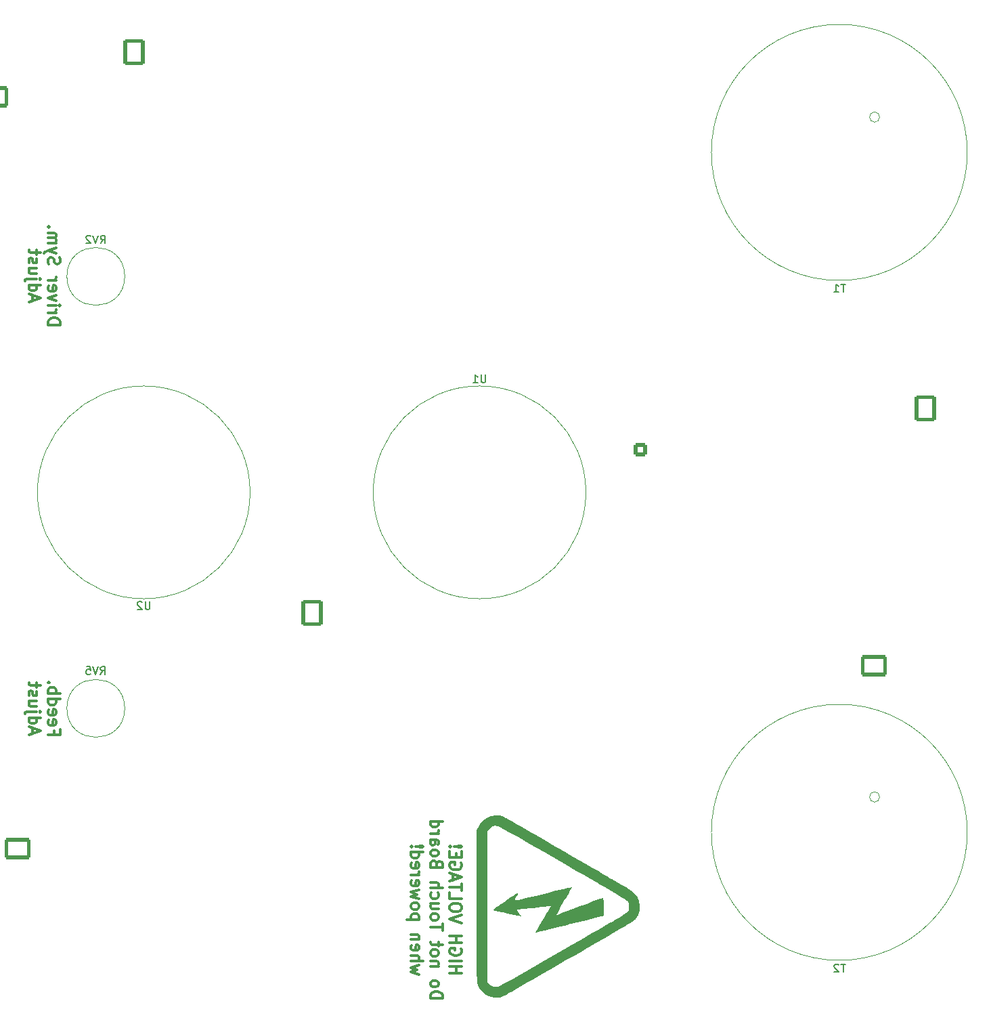
<source format=gbr>
%TF.GenerationSoftware,KiCad,Pcbnew,8.0.8*%
%TF.CreationDate,2025-02-12T00:11:01+01:00*%
%TF.ProjectId,Endstufe,456e6473-7475-4666-952e-6b696361645f,rev?*%
%TF.SameCoordinates,Original*%
%TF.FileFunction,Legend,Bot*%
%TF.FilePolarity,Positive*%
%FSLAX46Y46*%
G04 Gerber Fmt 4.6, Leading zero omitted, Abs format (unit mm)*
G04 Created by KiCad (PCBNEW 8.0.8) date 2025-02-12 00:11:01*
%MOMM*%
%LPD*%
G01*
G04 APERTURE LIST*
G04 Aperture macros list*
%AMRoundRect*
0 Rectangle with rounded corners*
0 $1 Rounding radius*
0 $2 $3 $4 $5 $6 $7 $8 $9 X,Y pos of 4 corners*
0 Add a 4 corners polygon primitive as box body*
4,1,4,$2,$3,$4,$5,$6,$7,$8,$9,$2,$3,0*
0 Add four circle primitives for the rounded corners*
1,1,$1+$1,$2,$3*
1,1,$1+$1,$4,$5*
1,1,$1+$1,$6,$7*
1,1,$1+$1,$8,$9*
0 Add four rect primitives between the rounded corners*
20,1,$1+$1,$2,$3,$4,$5,0*
20,1,$1+$1,$4,$5,$6,$7,0*
20,1,$1+$1,$6,$7,$8,$9,0*
20,1,$1+$1,$8,$9,$2,$3,0*%
%AMOutline5P*
0 Free polygon, 5 corners , with rotation*
0 The origin of the aperture is its center*
0 number of corners: always 5*
0 $1 to $10 corner X, Y*
0 $11 Rotation angle, in degrees counterclockwise*
0 create outline with 5 corners*
4,1,5,$1,$2,$3,$4,$5,$6,$7,$8,$9,$10,$1,$2,$11*%
%AMOutline6P*
0 Free polygon, 6 corners , with rotation*
0 The origin of the aperture is its center*
0 number of corners: always 6*
0 $1 to $12 corner X, Y*
0 $13 Rotation angle, in degrees counterclockwise*
0 create outline with 6 corners*
4,1,6,$1,$2,$3,$4,$5,$6,$7,$8,$9,$10,$11,$12,$1,$2,$13*%
%AMOutline7P*
0 Free polygon, 7 corners , with rotation*
0 The origin of the aperture is its center*
0 number of corners: always 7*
0 $1 to $14 corner X, Y*
0 $15 Rotation angle, in degrees counterclockwise*
0 create outline with 7 corners*
4,1,7,$1,$2,$3,$4,$5,$6,$7,$8,$9,$10,$11,$12,$13,$14,$1,$2,$15*%
%AMOutline8P*
0 Free polygon, 8 corners , with rotation*
0 The origin of the aperture is its center*
0 number of corners: always 8*
0 $1 to $16 corner X, Y*
0 $17 Rotation angle, in degrees counterclockwise*
0 create outline with 8 corners*
4,1,8,$1,$2,$3,$4,$5,$6,$7,$8,$9,$10,$11,$12,$13,$14,$15,$16,$1,$2,$17*%
G04 Aperture macros list end*
%ADD10C,0.300000*%
%ADD11C,0.150000*%
%ADD12C,0.120000*%
%ADD13C,0.000000*%
%ADD14C,2.000000*%
%ADD15C,1.600000*%
%ADD16O,1.600000X1.600000*%
%ADD17RoundRect,0.250001X1.099999X1.399999X-1.099999X1.399999X-1.099999X-1.399999X1.099999X-1.399999X0*%
%ADD18O,2.700000X3.300000*%
%ADD19C,2.400000*%
%ADD20O,2.400000X2.400000*%
%ADD21R,2.200000X2.200000*%
%ADD22O,2.200000X2.200000*%
%ADD23RoundRect,0.250000X0.620000X0.845000X-0.620000X0.845000X-0.620000X-0.845000X0.620000X-0.845000X0*%
%ADD24O,1.740000X2.190000*%
%ADD25RoundRect,0.250001X-1.099999X-1.399999X1.099999X-1.399999X1.099999X1.399999X-1.099999X1.399999X0*%
%ADD26RoundRect,0.250000X0.725000X-0.600000X0.725000X0.600000X-0.725000X0.600000X-0.725000X-0.600000X0*%
%ADD27O,1.950000X1.700000*%
%ADD28RoundRect,0.250000X-0.845000X0.620000X-0.845000X-0.620000X0.845000X-0.620000X0.845000X0.620000X0*%
%ADD29O,2.190000X1.740000*%
%ADD30RoundRect,0.250000X-0.600000X-0.600000X0.600000X-0.600000X0.600000X0.600000X-0.600000X0.600000X0*%
%ADD31C,1.700000*%
%ADD32RoundRect,0.250001X-1.399999X1.099999X-1.399999X-1.099999X1.399999X-1.099999X1.399999X1.099999X0*%
%ADD33O,3.300000X2.700000*%
%ADD34R,2.000000X2.000000*%
%ADD35C,3.200000*%
%ADD36C,6.000000*%
%ADD37Outline5P,-2.300000X2.300000X1.380000X2.300000X2.300000X1.380000X2.300000X-2.300000X-2.300000X-2.300000X0.000000*%
%ADD38C,4.600000*%
%ADD39C,4.000000*%
%ADD40C,1.440000*%
G04 APERTURE END LIST*
D10*
X128482587Y-166424572D02*
X129982587Y-166424572D01*
X129268301Y-166424572D02*
X129268301Y-165567429D01*
X128482587Y-165567429D02*
X129982587Y-165567429D01*
X128482587Y-164853143D02*
X129982587Y-164853143D01*
X129911158Y-163353142D02*
X129982587Y-163496000D01*
X129982587Y-163496000D02*
X129982587Y-163710285D01*
X129982587Y-163710285D02*
X129911158Y-163924571D01*
X129911158Y-163924571D02*
X129768301Y-164067428D01*
X129768301Y-164067428D02*
X129625444Y-164138857D01*
X129625444Y-164138857D02*
X129339730Y-164210285D01*
X129339730Y-164210285D02*
X129125444Y-164210285D01*
X129125444Y-164210285D02*
X128839730Y-164138857D01*
X128839730Y-164138857D02*
X128696873Y-164067428D01*
X128696873Y-164067428D02*
X128554016Y-163924571D01*
X128554016Y-163924571D02*
X128482587Y-163710285D01*
X128482587Y-163710285D02*
X128482587Y-163567428D01*
X128482587Y-163567428D02*
X128554016Y-163353142D01*
X128554016Y-163353142D02*
X128625444Y-163281714D01*
X128625444Y-163281714D02*
X129125444Y-163281714D01*
X129125444Y-163281714D02*
X129125444Y-163567428D01*
X128482587Y-162638857D02*
X129982587Y-162638857D01*
X129268301Y-162638857D02*
X129268301Y-161781714D01*
X128482587Y-161781714D02*
X129982587Y-161781714D01*
X129982587Y-160138856D02*
X128482587Y-159638856D01*
X128482587Y-159638856D02*
X129982587Y-159138856D01*
X129982587Y-158353142D02*
X129982587Y-158067428D01*
X129982587Y-158067428D02*
X129911158Y-157924571D01*
X129911158Y-157924571D02*
X129768301Y-157781714D01*
X129768301Y-157781714D02*
X129482587Y-157710285D01*
X129482587Y-157710285D02*
X128982587Y-157710285D01*
X128982587Y-157710285D02*
X128696873Y-157781714D01*
X128696873Y-157781714D02*
X128554016Y-157924571D01*
X128554016Y-157924571D02*
X128482587Y-158067428D01*
X128482587Y-158067428D02*
X128482587Y-158353142D01*
X128482587Y-158353142D02*
X128554016Y-158496000D01*
X128554016Y-158496000D02*
X128696873Y-158638857D01*
X128696873Y-158638857D02*
X128982587Y-158710285D01*
X128982587Y-158710285D02*
X129482587Y-158710285D01*
X129482587Y-158710285D02*
X129768301Y-158638857D01*
X129768301Y-158638857D02*
X129911158Y-158496000D01*
X129911158Y-158496000D02*
X129982587Y-158353142D01*
X128482587Y-156353142D02*
X128482587Y-157067428D01*
X128482587Y-157067428D02*
X129982587Y-157067428D01*
X129982587Y-156067427D02*
X129982587Y-155210285D01*
X128482587Y-155638856D02*
X129982587Y-155638856D01*
X128911158Y-154781713D02*
X128911158Y-154067428D01*
X128482587Y-154924570D02*
X129982587Y-154424570D01*
X129982587Y-154424570D02*
X128482587Y-153924570D01*
X129911158Y-152638856D02*
X129982587Y-152781714D01*
X129982587Y-152781714D02*
X129982587Y-152995999D01*
X129982587Y-152995999D02*
X129911158Y-153210285D01*
X129911158Y-153210285D02*
X129768301Y-153353142D01*
X129768301Y-153353142D02*
X129625444Y-153424571D01*
X129625444Y-153424571D02*
X129339730Y-153495999D01*
X129339730Y-153495999D02*
X129125444Y-153495999D01*
X129125444Y-153495999D02*
X128839730Y-153424571D01*
X128839730Y-153424571D02*
X128696873Y-153353142D01*
X128696873Y-153353142D02*
X128554016Y-153210285D01*
X128554016Y-153210285D02*
X128482587Y-152995999D01*
X128482587Y-152995999D02*
X128482587Y-152853142D01*
X128482587Y-152853142D02*
X128554016Y-152638856D01*
X128554016Y-152638856D02*
X128625444Y-152567428D01*
X128625444Y-152567428D02*
X129125444Y-152567428D01*
X129125444Y-152567428D02*
X129125444Y-152853142D01*
X129268301Y-151924571D02*
X129268301Y-151424571D01*
X128482587Y-151210285D02*
X128482587Y-151924571D01*
X128482587Y-151924571D02*
X129982587Y-151924571D01*
X129982587Y-151924571D02*
X129982587Y-151210285D01*
X128625444Y-150567428D02*
X128554016Y-150495999D01*
X128554016Y-150495999D02*
X128482587Y-150567428D01*
X128482587Y-150567428D02*
X128554016Y-150638856D01*
X128554016Y-150638856D02*
X128625444Y-150567428D01*
X128625444Y-150567428D02*
X128482587Y-150567428D01*
X129054016Y-150567428D02*
X129911158Y-150638856D01*
X129911158Y-150638856D02*
X129982587Y-150567428D01*
X129982587Y-150567428D02*
X129911158Y-150495999D01*
X129911158Y-150495999D02*
X129054016Y-150567428D01*
X129054016Y-150567428D02*
X129982587Y-150567428D01*
X126067671Y-169567428D02*
X127567671Y-169567428D01*
X127567671Y-169567428D02*
X127567671Y-169210285D01*
X127567671Y-169210285D02*
X127496242Y-168995999D01*
X127496242Y-168995999D02*
X127353385Y-168853142D01*
X127353385Y-168853142D02*
X127210528Y-168781713D01*
X127210528Y-168781713D02*
X126924814Y-168710285D01*
X126924814Y-168710285D02*
X126710528Y-168710285D01*
X126710528Y-168710285D02*
X126424814Y-168781713D01*
X126424814Y-168781713D02*
X126281957Y-168853142D01*
X126281957Y-168853142D02*
X126139100Y-168995999D01*
X126139100Y-168995999D02*
X126067671Y-169210285D01*
X126067671Y-169210285D02*
X126067671Y-169567428D01*
X126067671Y-167853142D02*
X126139100Y-167995999D01*
X126139100Y-167995999D02*
X126210528Y-168067428D01*
X126210528Y-168067428D02*
X126353385Y-168138856D01*
X126353385Y-168138856D02*
X126781957Y-168138856D01*
X126781957Y-168138856D02*
X126924814Y-168067428D01*
X126924814Y-168067428D02*
X126996242Y-167995999D01*
X126996242Y-167995999D02*
X127067671Y-167853142D01*
X127067671Y-167853142D02*
X127067671Y-167638856D01*
X127067671Y-167638856D02*
X126996242Y-167495999D01*
X126996242Y-167495999D02*
X126924814Y-167424571D01*
X126924814Y-167424571D02*
X126781957Y-167353142D01*
X126781957Y-167353142D02*
X126353385Y-167353142D01*
X126353385Y-167353142D02*
X126210528Y-167424571D01*
X126210528Y-167424571D02*
X126139100Y-167495999D01*
X126139100Y-167495999D02*
X126067671Y-167638856D01*
X126067671Y-167638856D02*
X126067671Y-167853142D01*
X127067671Y-165567428D02*
X126067671Y-165567428D01*
X126924814Y-165567428D02*
X126996242Y-165495999D01*
X126996242Y-165495999D02*
X127067671Y-165353142D01*
X127067671Y-165353142D02*
X127067671Y-165138856D01*
X127067671Y-165138856D02*
X126996242Y-164995999D01*
X126996242Y-164995999D02*
X126853385Y-164924571D01*
X126853385Y-164924571D02*
X126067671Y-164924571D01*
X126067671Y-163995999D02*
X126139100Y-164138856D01*
X126139100Y-164138856D02*
X126210528Y-164210285D01*
X126210528Y-164210285D02*
X126353385Y-164281713D01*
X126353385Y-164281713D02*
X126781957Y-164281713D01*
X126781957Y-164281713D02*
X126924814Y-164210285D01*
X126924814Y-164210285D02*
X126996242Y-164138856D01*
X126996242Y-164138856D02*
X127067671Y-163995999D01*
X127067671Y-163995999D02*
X127067671Y-163781713D01*
X127067671Y-163781713D02*
X126996242Y-163638856D01*
X126996242Y-163638856D02*
X126924814Y-163567428D01*
X126924814Y-163567428D02*
X126781957Y-163495999D01*
X126781957Y-163495999D02*
X126353385Y-163495999D01*
X126353385Y-163495999D02*
X126210528Y-163567428D01*
X126210528Y-163567428D02*
X126139100Y-163638856D01*
X126139100Y-163638856D02*
X126067671Y-163781713D01*
X126067671Y-163781713D02*
X126067671Y-163995999D01*
X127067671Y-163067427D02*
X127067671Y-162495999D01*
X127567671Y-162853142D02*
X126281957Y-162853142D01*
X126281957Y-162853142D02*
X126139100Y-162781713D01*
X126139100Y-162781713D02*
X126067671Y-162638856D01*
X126067671Y-162638856D02*
X126067671Y-162495999D01*
X127567671Y-161067427D02*
X127567671Y-160210285D01*
X126067671Y-160638856D02*
X127567671Y-160638856D01*
X126067671Y-159495999D02*
X126139100Y-159638856D01*
X126139100Y-159638856D02*
X126210528Y-159710285D01*
X126210528Y-159710285D02*
X126353385Y-159781713D01*
X126353385Y-159781713D02*
X126781957Y-159781713D01*
X126781957Y-159781713D02*
X126924814Y-159710285D01*
X126924814Y-159710285D02*
X126996242Y-159638856D01*
X126996242Y-159638856D02*
X127067671Y-159495999D01*
X127067671Y-159495999D02*
X127067671Y-159281713D01*
X127067671Y-159281713D02*
X126996242Y-159138856D01*
X126996242Y-159138856D02*
X126924814Y-159067428D01*
X126924814Y-159067428D02*
X126781957Y-158995999D01*
X126781957Y-158995999D02*
X126353385Y-158995999D01*
X126353385Y-158995999D02*
X126210528Y-159067428D01*
X126210528Y-159067428D02*
X126139100Y-159138856D01*
X126139100Y-159138856D02*
X126067671Y-159281713D01*
X126067671Y-159281713D02*
X126067671Y-159495999D01*
X127067671Y-157710285D02*
X126067671Y-157710285D01*
X127067671Y-158353142D02*
X126281957Y-158353142D01*
X126281957Y-158353142D02*
X126139100Y-158281713D01*
X126139100Y-158281713D02*
X126067671Y-158138856D01*
X126067671Y-158138856D02*
X126067671Y-157924570D01*
X126067671Y-157924570D02*
X126139100Y-157781713D01*
X126139100Y-157781713D02*
X126210528Y-157710285D01*
X126139100Y-156353142D02*
X126067671Y-156495999D01*
X126067671Y-156495999D02*
X126067671Y-156781713D01*
X126067671Y-156781713D02*
X126139100Y-156924570D01*
X126139100Y-156924570D02*
X126210528Y-156995999D01*
X126210528Y-156995999D02*
X126353385Y-157067427D01*
X126353385Y-157067427D02*
X126781957Y-157067427D01*
X126781957Y-157067427D02*
X126924814Y-156995999D01*
X126924814Y-156995999D02*
X126996242Y-156924570D01*
X126996242Y-156924570D02*
X127067671Y-156781713D01*
X127067671Y-156781713D02*
X127067671Y-156495999D01*
X127067671Y-156495999D02*
X126996242Y-156353142D01*
X126067671Y-155710285D02*
X127567671Y-155710285D01*
X126067671Y-155067428D02*
X126853385Y-155067428D01*
X126853385Y-155067428D02*
X126996242Y-155138856D01*
X126996242Y-155138856D02*
X127067671Y-155281713D01*
X127067671Y-155281713D02*
X127067671Y-155495999D01*
X127067671Y-155495999D02*
X126996242Y-155638856D01*
X126996242Y-155638856D02*
X126924814Y-155710285D01*
X126853385Y-152710285D02*
X126781957Y-152495999D01*
X126781957Y-152495999D02*
X126710528Y-152424570D01*
X126710528Y-152424570D02*
X126567671Y-152353142D01*
X126567671Y-152353142D02*
X126353385Y-152353142D01*
X126353385Y-152353142D02*
X126210528Y-152424570D01*
X126210528Y-152424570D02*
X126139100Y-152495999D01*
X126139100Y-152495999D02*
X126067671Y-152638856D01*
X126067671Y-152638856D02*
X126067671Y-153210285D01*
X126067671Y-153210285D02*
X127567671Y-153210285D01*
X127567671Y-153210285D02*
X127567671Y-152710285D01*
X127567671Y-152710285D02*
X127496242Y-152567428D01*
X127496242Y-152567428D02*
X127424814Y-152495999D01*
X127424814Y-152495999D02*
X127281957Y-152424570D01*
X127281957Y-152424570D02*
X127139100Y-152424570D01*
X127139100Y-152424570D02*
X126996242Y-152495999D01*
X126996242Y-152495999D02*
X126924814Y-152567428D01*
X126924814Y-152567428D02*
X126853385Y-152710285D01*
X126853385Y-152710285D02*
X126853385Y-153210285D01*
X126067671Y-151495999D02*
X126139100Y-151638856D01*
X126139100Y-151638856D02*
X126210528Y-151710285D01*
X126210528Y-151710285D02*
X126353385Y-151781713D01*
X126353385Y-151781713D02*
X126781957Y-151781713D01*
X126781957Y-151781713D02*
X126924814Y-151710285D01*
X126924814Y-151710285D02*
X126996242Y-151638856D01*
X126996242Y-151638856D02*
X127067671Y-151495999D01*
X127067671Y-151495999D02*
X127067671Y-151281713D01*
X127067671Y-151281713D02*
X126996242Y-151138856D01*
X126996242Y-151138856D02*
X126924814Y-151067428D01*
X126924814Y-151067428D02*
X126781957Y-150995999D01*
X126781957Y-150995999D02*
X126353385Y-150995999D01*
X126353385Y-150995999D02*
X126210528Y-151067428D01*
X126210528Y-151067428D02*
X126139100Y-151138856D01*
X126139100Y-151138856D02*
X126067671Y-151281713D01*
X126067671Y-151281713D02*
X126067671Y-151495999D01*
X126067671Y-149710285D02*
X126853385Y-149710285D01*
X126853385Y-149710285D02*
X126996242Y-149781713D01*
X126996242Y-149781713D02*
X127067671Y-149924570D01*
X127067671Y-149924570D02*
X127067671Y-150210285D01*
X127067671Y-150210285D02*
X126996242Y-150353142D01*
X126139100Y-149710285D02*
X126067671Y-149853142D01*
X126067671Y-149853142D02*
X126067671Y-150210285D01*
X126067671Y-150210285D02*
X126139100Y-150353142D01*
X126139100Y-150353142D02*
X126281957Y-150424570D01*
X126281957Y-150424570D02*
X126424814Y-150424570D01*
X126424814Y-150424570D02*
X126567671Y-150353142D01*
X126567671Y-150353142D02*
X126639100Y-150210285D01*
X126639100Y-150210285D02*
X126639100Y-149853142D01*
X126639100Y-149853142D02*
X126710528Y-149710285D01*
X126067671Y-148995999D02*
X127067671Y-148995999D01*
X126781957Y-148995999D02*
X126924814Y-148924570D01*
X126924814Y-148924570D02*
X126996242Y-148853142D01*
X126996242Y-148853142D02*
X127067671Y-148710284D01*
X127067671Y-148710284D02*
X127067671Y-148567427D01*
X126067671Y-147424571D02*
X127567671Y-147424571D01*
X126139100Y-147424571D02*
X126067671Y-147567428D01*
X126067671Y-147567428D02*
X126067671Y-147853142D01*
X126067671Y-147853142D02*
X126139100Y-147995999D01*
X126139100Y-147995999D02*
X126210528Y-148067428D01*
X126210528Y-148067428D02*
X126353385Y-148138856D01*
X126353385Y-148138856D02*
X126781957Y-148138856D01*
X126781957Y-148138856D02*
X126924814Y-148067428D01*
X126924814Y-148067428D02*
X126996242Y-147995999D01*
X126996242Y-147995999D02*
X127067671Y-147853142D01*
X127067671Y-147853142D02*
X127067671Y-147567428D01*
X127067671Y-147567428D02*
X126996242Y-147424571D01*
X124652755Y-166567428D02*
X123652755Y-166281714D01*
X123652755Y-166281714D02*
X124367041Y-165995999D01*
X124367041Y-165995999D02*
X123652755Y-165710285D01*
X123652755Y-165710285D02*
X124652755Y-165424571D01*
X123652755Y-164853142D02*
X125152755Y-164853142D01*
X123652755Y-164210285D02*
X124438469Y-164210285D01*
X124438469Y-164210285D02*
X124581326Y-164281713D01*
X124581326Y-164281713D02*
X124652755Y-164424570D01*
X124652755Y-164424570D02*
X124652755Y-164638856D01*
X124652755Y-164638856D02*
X124581326Y-164781713D01*
X124581326Y-164781713D02*
X124509898Y-164853142D01*
X123724184Y-162924570D02*
X123652755Y-163067427D01*
X123652755Y-163067427D02*
X123652755Y-163353142D01*
X123652755Y-163353142D02*
X123724184Y-163495999D01*
X123724184Y-163495999D02*
X123867041Y-163567427D01*
X123867041Y-163567427D02*
X124438469Y-163567427D01*
X124438469Y-163567427D02*
X124581326Y-163495999D01*
X124581326Y-163495999D02*
X124652755Y-163353142D01*
X124652755Y-163353142D02*
X124652755Y-163067427D01*
X124652755Y-163067427D02*
X124581326Y-162924570D01*
X124581326Y-162924570D02*
X124438469Y-162853142D01*
X124438469Y-162853142D02*
X124295612Y-162853142D01*
X124295612Y-162853142D02*
X124152755Y-163567427D01*
X124652755Y-162210285D02*
X123652755Y-162210285D01*
X124509898Y-162210285D02*
X124581326Y-162138856D01*
X124581326Y-162138856D02*
X124652755Y-161995999D01*
X124652755Y-161995999D02*
X124652755Y-161781713D01*
X124652755Y-161781713D02*
X124581326Y-161638856D01*
X124581326Y-161638856D02*
X124438469Y-161567428D01*
X124438469Y-161567428D02*
X123652755Y-161567428D01*
X124652755Y-159710285D02*
X123152755Y-159710285D01*
X124581326Y-159710285D02*
X124652755Y-159567428D01*
X124652755Y-159567428D02*
X124652755Y-159281713D01*
X124652755Y-159281713D02*
X124581326Y-159138856D01*
X124581326Y-159138856D02*
X124509898Y-159067428D01*
X124509898Y-159067428D02*
X124367041Y-158995999D01*
X124367041Y-158995999D02*
X123938469Y-158995999D01*
X123938469Y-158995999D02*
X123795612Y-159067428D01*
X123795612Y-159067428D02*
X123724184Y-159138856D01*
X123724184Y-159138856D02*
X123652755Y-159281713D01*
X123652755Y-159281713D02*
X123652755Y-159567428D01*
X123652755Y-159567428D02*
X123724184Y-159710285D01*
X123652755Y-158138856D02*
X123724184Y-158281713D01*
X123724184Y-158281713D02*
X123795612Y-158353142D01*
X123795612Y-158353142D02*
X123938469Y-158424570D01*
X123938469Y-158424570D02*
X124367041Y-158424570D01*
X124367041Y-158424570D02*
X124509898Y-158353142D01*
X124509898Y-158353142D02*
X124581326Y-158281713D01*
X124581326Y-158281713D02*
X124652755Y-158138856D01*
X124652755Y-158138856D02*
X124652755Y-157924570D01*
X124652755Y-157924570D02*
X124581326Y-157781713D01*
X124581326Y-157781713D02*
X124509898Y-157710285D01*
X124509898Y-157710285D02*
X124367041Y-157638856D01*
X124367041Y-157638856D02*
X123938469Y-157638856D01*
X123938469Y-157638856D02*
X123795612Y-157710285D01*
X123795612Y-157710285D02*
X123724184Y-157781713D01*
X123724184Y-157781713D02*
X123652755Y-157924570D01*
X123652755Y-157924570D02*
X123652755Y-158138856D01*
X124652755Y-157138856D02*
X123652755Y-156853142D01*
X123652755Y-156853142D02*
X124367041Y-156567427D01*
X124367041Y-156567427D02*
X123652755Y-156281713D01*
X123652755Y-156281713D02*
X124652755Y-155995999D01*
X123724184Y-154853141D02*
X123652755Y-154995998D01*
X123652755Y-154995998D02*
X123652755Y-155281713D01*
X123652755Y-155281713D02*
X123724184Y-155424570D01*
X123724184Y-155424570D02*
X123867041Y-155495998D01*
X123867041Y-155495998D02*
X124438469Y-155495998D01*
X124438469Y-155495998D02*
X124581326Y-155424570D01*
X124581326Y-155424570D02*
X124652755Y-155281713D01*
X124652755Y-155281713D02*
X124652755Y-154995998D01*
X124652755Y-154995998D02*
X124581326Y-154853141D01*
X124581326Y-154853141D02*
X124438469Y-154781713D01*
X124438469Y-154781713D02*
X124295612Y-154781713D01*
X124295612Y-154781713D02*
X124152755Y-155495998D01*
X123652755Y-154138856D02*
X124652755Y-154138856D01*
X124367041Y-154138856D02*
X124509898Y-154067427D01*
X124509898Y-154067427D02*
X124581326Y-153995999D01*
X124581326Y-153995999D02*
X124652755Y-153853141D01*
X124652755Y-153853141D02*
X124652755Y-153710284D01*
X123724184Y-152638856D02*
X123652755Y-152781713D01*
X123652755Y-152781713D02*
X123652755Y-153067428D01*
X123652755Y-153067428D02*
X123724184Y-153210285D01*
X123724184Y-153210285D02*
X123867041Y-153281713D01*
X123867041Y-153281713D02*
X124438469Y-153281713D01*
X124438469Y-153281713D02*
X124581326Y-153210285D01*
X124581326Y-153210285D02*
X124652755Y-153067428D01*
X124652755Y-153067428D02*
X124652755Y-152781713D01*
X124652755Y-152781713D02*
X124581326Y-152638856D01*
X124581326Y-152638856D02*
X124438469Y-152567428D01*
X124438469Y-152567428D02*
X124295612Y-152567428D01*
X124295612Y-152567428D02*
X124152755Y-153281713D01*
X123652755Y-151281714D02*
X125152755Y-151281714D01*
X123724184Y-151281714D02*
X123652755Y-151424571D01*
X123652755Y-151424571D02*
X123652755Y-151710285D01*
X123652755Y-151710285D02*
X123724184Y-151853142D01*
X123724184Y-151853142D02*
X123795612Y-151924571D01*
X123795612Y-151924571D02*
X123938469Y-151995999D01*
X123938469Y-151995999D02*
X124367041Y-151995999D01*
X124367041Y-151995999D02*
X124509898Y-151924571D01*
X124509898Y-151924571D02*
X124581326Y-151853142D01*
X124581326Y-151853142D02*
X124652755Y-151710285D01*
X124652755Y-151710285D02*
X124652755Y-151424571D01*
X124652755Y-151424571D02*
X124581326Y-151281714D01*
X123795612Y-150567428D02*
X123724184Y-150495999D01*
X123724184Y-150495999D02*
X123652755Y-150567428D01*
X123652755Y-150567428D02*
X123724184Y-150638856D01*
X123724184Y-150638856D02*
X123795612Y-150567428D01*
X123795612Y-150567428D02*
X123652755Y-150567428D01*
X124224184Y-150567428D02*
X125081326Y-150638856D01*
X125081326Y-150638856D02*
X125152755Y-150567428D01*
X125152755Y-150567428D02*
X125081326Y-150495999D01*
X125081326Y-150495999D02*
X124224184Y-150567428D01*
X124224184Y-150567428D02*
X125152755Y-150567428D01*
X79038843Y-136135714D02*
X79038843Y-136635714D01*
X78253129Y-136635714D02*
X79753129Y-136635714D01*
X79753129Y-136635714D02*
X79753129Y-135921428D01*
X78324558Y-134778571D02*
X78253129Y-134921428D01*
X78253129Y-134921428D02*
X78253129Y-135207143D01*
X78253129Y-135207143D02*
X78324558Y-135350000D01*
X78324558Y-135350000D02*
X78467415Y-135421428D01*
X78467415Y-135421428D02*
X79038843Y-135421428D01*
X79038843Y-135421428D02*
X79181700Y-135350000D01*
X79181700Y-135350000D02*
X79253129Y-135207143D01*
X79253129Y-135207143D02*
X79253129Y-134921428D01*
X79253129Y-134921428D02*
X79181700Y-134778571D01*
X79181700Y-134778571D02*
X79038843Y-134707143D01*
X79038843Y-134707143D02*
X78895986Y-134707143D01*
X78895986Y-134707143D02*
X78753129Y-135421428D01*
X78324558Y-133492857D02*
X78253129Y-133635714D01*
X78253129Y-133635714D02*
X78253129Y-133921429D01*
X78253129Y-133921429D02*
X78324558Y-134064286D01*
X78324558Y-134064286D02*
X78467415Y-134135714D01*
X78467415Y-134135714D02*
X79038843Y-134135714D01*
X79038843Y-134135714D02*
X79181700Y-134064286D01*
X79181700Y-134064286D02*
X79253129Y-133921429D01*
X79253129Y-133921429D02*
X79253129Y-133635714D01*
X79253129Y-133635714D02*
X79181700Y-133492857D01*
X79181700Y-133492857D02*
X79038843Y-133421429D01*
X79038843Y-133421429D02*
X78895986Y-133421429D01*
X78895986Y-133421429D02*
X78753129Y-134135714D01*
X78253129Y-132135715D02*
X79753129Y-132135715D01*
X78324558Y-132135715D02*
X78253129Y-132278572D01*
X78253129Y-132278572D02*
X78253129Y-132564286D01*
X78253129Y-132564286D02*
X78324558Y-132707143D01*
X78324558Y-132707143D02*
X78395986Y-132778572D01*
X78395986Y-132778572D02*
X78538843Y-132850000D01*
X78538843Y-132850000D02*
X78967415Y-132850000D01*
X78967415Y-132850000D02*
X79110272Y-132778572D01*
X79110272Y-132778572D02*
X79181700Y-132707143D01*
X79181700Y-132707143D02*
X79253129Y-132564286D01*
X79253129Y-132564286D02*
X79253129Y-132278572D01*
X79253129Y-132278572D02*
X79181700Y-132135715D01*
X78253129Y-131421429D02*
X79753129Y-131421429D01*
X79181700Y-131421429D02*
X79253129Y-131278572D01*
X79253129Y-131278572D02*
X79253129Y-130992857D01*
X79253129Y-130992857D02*
X79181700Y-130850000D01*
X79181700Y-130850000D02*
X79110272Y-130778572D01*
X79110272Y-130778572D02*
X78967415Y-130707143D01*
X78967415Y-130707143D02*
X78538843Y-130707143D01*
X78538843Y-130707143D02*
X78395986Y-130778572D01*
X78395986Y-130778572D02*
X78324558Y-130850000D01*
X78324558Y-130850000D02*
X78253129Y-130992857D01*
X78253129Y-130992857D02*
X78253129Y-131278572D01*
X78253129Y-131278572D02*
X78324558Y-131421429D01*
X78395986Y-130064286D02*
X78324558Y-129992857D01*
X78324558Y-129992857D02*
X78253129Y-130064286D01*
X78253129Y-130064286D02*
X78324558Y-130135714D01*
X78324558Y-130135714D02*
X78395986Y-130064286D01*
X78395986Y-130064286D02*
X78253129Y-130064286D01*
X76266784Y-136457142D02*
X76266784Y-135742857D01*
X75838213Y-136599999D02*
X77338213Y-136099999D01*
X77338213Y-136099999D02*
X75838213Y-135599999D01*
X75838213Y-134457143D02*
X77338213Y-134457143D01*
X75909642Y-134457143D02*
X75838213Y-134600000D01*
X75838213Y-134600000D02*
X75838213Y-134885714D01*
X75838213Y-134885714D02*
X75909642Y-135028571D01*
X75909642Y-135028571D02*
X75981070Y-135100000D01*
X75981070Y-135100000D02*
X76123927Y-135171428D01*
X76123927Y-135171428D02*
X76552499Y-135171428D01*
X76552499Y-135171428D02*
X76695356Y-135100000D01*
X76695356Y-135100000D02*
X76766784Y-135028571D01*
X76766784Y-135028571D02*
X76838213Y-134885714D01*
X76838213Y-134885714D02*
X76838213Y-134600000D01*
X76838213Y-134600000D02*
X76766784Y-134457143D01*
X76838213Y-133742857D02*
X75552499Y-133742857D01*
X75552499Y-133742857D02*
X75409642Y-133814285D01*
X75409642Y-133814285D02*
X75338213Y-133957142D01*
X75338213Y-133957142D02*
X75338213Y-134028571D01*
X77338213Y-133742857D02*
X77266784Y-133814285D01*
X77266784Y-133814285D02*
X77195356Y-133742857D01*
X77195356Y-133742857D02*
X77266784Y-133671428D01*
X77266784Y-133671428D02*
X77338213Y-133742857D01*
X77338213Y-133742857D02*
X77195356Y-133742857D01*
X76838213Y-132385714D02*
X75838213Y-132385714D01*
X76838213Y-133028571D02*
X76052499Y-133028571D01*
X76052499Y-133028571D02*
X75909642Y-132957142D01*
X75909642Y-132957142D02*
X75838213Y-132814285D01*
X75838213Y-132814285D02*
X75838213Y-132599999D01*
X75838213Y-132599999D02*
X75909642Y-132457142D01*
X75909642Y-132457142D02*
X75981070Y-132385714D01*
X75909642Y-131742856D02*
X75838213Y-131599999D01*
X75838213Y-131599999D02*
X75838213Y-131314285D01*
X75838213Y-131314285D02*
X75909642Y-131171428D01*
X75909642Y-131171428D02*
X76052499Y-131099999D01*
X76052499Y-131099999D02*
X76123927Y-131099999D01*
X76123927Y-131099999D02*
X76266784Y-131171428D01*
X76266784Y-131171428D02*
X76338213Y-131314285D01*
X76338213Y-131314285D02*
X76338213Y-131528571D01*
X76338213Y-131528571D02*
X76409642Y-131671428D01*
X76409642Y-131671428D02*
X76552499Y-131742856D01*
X76552499Y-131742856D02*
X76623927Y-131742856D01*
X76623927Y-131742856D02*
X76766784Y-131671428D01*
X76766784Y-131671428D02*
X76838213Y-131528571D01*
X76838213Y-131528571D02*
X76838213Y-131314285D01*
X76838213Y-131314285D02*
X76766784Y-131171428D01*
X76838213Y-130671427D02*
X76838213Y-130099999D01*
X77338213Y-130457142D02*
X76052499Y-130457142D01*
X76052499Y-130457142D02*
X75909642Y-130385713D01*
X75909642Y-130385713D02*
X75838213Y-130242856D01*
X75838213Y-130242856D02*
X75838213Y-130099999D01*
X78253129Y-85355142D02*
X79753129Y-85355142D01*
X79753129Y-85355142D02*
X79753129Y-84997999D01*
X79753129Y-84997999D02*
X79681700Y-84783713D01*
X79681700Y-84783713D02*
X79538843Y-84640856D01*
X79538843Y-84640856D02*
X79395986Y-84569427D01*
X79395986Y-84569427D02*
X79110272Y-84497999D01*
X79110272Y-84497999D02*
X78895986Y-84497999D01*
X78895986Y-84497999D02*
X78610272Y-84569427D01*
X78610272Y-84569427D02*
X78467415Y-84640856D01*
X78467415Y-84640856D02*
X78324558Y-84783713D01*
X78324558Y-84783713D02*
X78253129Y-84997999D01*
X78253129Y-84997999D02*
X78253129Y-85355142D01*
X78253129Y-83855142D02*
X79253129Y-83855142D01*
X78967415Y-83855142D02*
X79110272Y-83783713D01*
X79110272Y-83783713D02*
X79181700Y-83712285D01*
X79181700Y-83712285D02*
X79253129Y-83569427D01*
X79253129Y-83569427D02*
X79253129Y-83426570D01*
X78253129Y-82926571D02*
X79253129Y-82926571D01*
X79753129Y-82926571D02*
X79681700Y-82997999D01*
X79681700Y-82997999D02*
X79610272Y-82926571D01*
X79610272Y-82926571D02*
X79681700Y-82855142D01*
X79681700Y-82855142D02*
X79753129Y-82926571D01*
X79753129Y-82926571D02*
X79610272Y-82926571D01*
X79253129Y-82355142D02*
X78253129Y-81997999D01*
X78253129Y-81997999D02*
X79253129Y-81640856D01*
X78324558Y-80497999D02*
X78253129Y-80640856D01*
X78253129Y-80640856D02*
X78253129Y-80926571D01*
X78253129Y-80926571D02*
X78324558Y-81069428D01*
X78324558Y-81069428D02*
X78467415Y-81140856D01*
X78467415Y-81140856D02*
X79038843Y-81140856D01*
X79038843Y-81140856D02*
X79181700Y-81069428D01*
X79181700Y-81069428D02*
X79253129Y-80926571D01*
X79253129Y-80926571D02*
X79253129Y-80640856D01*
X79253129Y-80640856D02*
X79181700Y-80497999D01*
X79181700Y-80497999D02*
X79038843Y-80426571D01*
X79038843Y-80426571D02*
X78895986Y-80426571D01*
X78895986Y-80426571D02*
X78753129Y-81140856D01*
X78253129Y-79783714D02*
X79253129Y-79783714D01*
X78967415Y-79783714D02*
X79110272Y-79712285D01*
X79110272Y-79712285D02*
X79181700Y-79640857D01*
X79181700Y-79640857D02*
X79253129Y-79497999D01*
X79253129Y-79497999D02*
X79253129Y-79355142D01*
X78324558Y-77783714D02*
X78253129Y-77569429D01*
X78253129Y-77569429D02*
X78253129Y-77212286D01*
X78253129Y-77212286D02*
X78324558Y-77069429D01*
X78324558Y-77069429D02*
X78395986Y-76998000D01*
X78395986Y-76998000D02*
X78538843Y-76926571D01*
X78538843Y-76926571D02*
X78681700Y-76926571D01*
X78681700Y-76926571D02*
X78824558Y-76998000D01*
X78824558Y-76998000D02*
X78895986Y-77069429D01*
X78895986Y-77069429D02*
X78967415Y-77212286D01*
X78967415Y-77212286D02*
X79038843Y-77498000D01*
X79038843Y-77498000D02*
X79110272Y-77640857D01*
X79110272Y-77640857D02*
X79181700Y-77712286D01*
X79181700Y-77712286D02*
X79324558Y-77783714D01*
X79324558Y-77783714D02*
X79467415Y-77783714D01*
X79467415Y-77783714D02*
X79610272Y-77712286D01*
X79610272Y-77712286D02*
X79681700Y-77640857D01*
X79681700Y-77640857D02*
X79753129Y-77498000D01*
X79753129Y-77498000D02*
X79753129Y-77140857D01*
X79753129Y-77140857D02*
X79681700Y-76926571D01*
X79253129Y-76426572D02*
X78253129Y-76069429D01*
X79253129Y-75712286D02*
X78253129Y-76069429D01*
X78253129Y-76069429D02*
X77895986Y-76212286D01*
X77895986Y-76212286D02*
X77824558Y-76283715D01*
X77824558Y-76283715D02*
X77753129Y-76426572D01*
X78253129Y-75140858D02*
X79253129Y-75140858D01*
X79110272Y-75140858D02*
X79181700Y-75069429D01*
X79181700Y-75069429D02*
X79253129Y-74926572D01*
X79253129Y-74926572D02*
X79253129Y-74712286D01*
X79253129Y-74712286D02*
X79181700Y-74569429D01*
X79181700Y-74569429D02*
X79038843Y-74498001D01*
X79038843Y-74498001D02*
X78253129Y-74498001D01*
X79038843Y-74498001D02*
X79181700Y-74426572D01*
X79181700Y-74426572D02*
X79253129Y-74283715D01*
X79253129Y-74283715D02*
X79253129Y-74069429D01*
X79253129Y-74069429D02*
X79181700Y-73926572D01*
X79181700Y-73926572D02*
X79038843Y-73855143D01*
X79038843Y-73855143D02*
X78253129Y-73855143D01*
X78395986Y-73140858D02*
X78324558Y-73069429D01*
X78324558Y-73069429D02*
X78253129Y-73140858D01*
X78253129Y-73140858D02*
X78324558Y-73212286D01*
X78324558Y-73212286D02*
X78395986Y-73140858D01*
X78395986Y-73140858D02*
X78253129Y-73140858D01*
X76266784Y-82355142D02*
X76266784Y-81640857D01*
X75838213Y-82497999D02*
X77338213Y-81997999D01*
X77338213Y-81997999D02*
X75838213Y-81497999D01*
X75838213Y-80355143D02*
X77338213Y-80355143D01*
X75909642Y-80355143D02*
X75838213Y-80498000D01*
X75838213Y-80498000D02*
X75838213Y-80783714D01*
X75838213Y-80783714D02*
X75909642Y-80926571D01*
X75909642Y-80926571D02*
X75981070Y-80998000D01*
X75981070Y-80998000D02*
X76123927Y-81069428D01*
X76123927Y-81069428D02*
X76552499Y-81069428D01*
X76552499Y-81069428D02*
X76695356Y-80998000D01*
X76695356Y-80998000D02*
X76766784Y-80926571D01*
X76766784Y-80926571D02*
X76838213Y-80783714D01*
X76838213Y-80783714D02*
X76838213Y-80498000D01*
X76838213Y-80498000D02*
X76766784Y-80355143D01*
X76838213Y-79640857D02*
X75552499Y-79640857D01*
X75552499Y-79640857D02*
X75409642Y-79712285D01*
X75409642Y-79712285D02*
X75338213Y-79855142D01*
X75338213Y-79855142D02*
X75338213Y-79926571D01*
X77338213Y-79640857D02*
X77266784Y-79712285D01*
X77266784Y-79712285D02*
X77195356Y-79640857D01*
X77195356Y-79640857D02*
X77266784Y-79569428D01*
X77266784Y-79569428D02*
X77338213Y-79640857D01*
X77338213Y-79640857D02*
X77195356Y-79640857D01*
X76838213Y-78283714D02*
X75838213Y-78283714D01*
X76838213Y-78926571D02*
X76052499Y-78926571D01*
X76052499Y-78926571D02*
X75909642Y-78855142D01*
X75909642Y-78855142D02*
X75838213Y-78712285D01*
X75838213Y-78712285D02*
X75838213Y-78497999D01*
X75838213Y-78497999D02*
X75909642Y-78355142D01*
X75909642Y-78355142D02*
X75981070Y-78283714D01*
X75909642Y-77640856D02*
X75838213Y-77497999D01*
X75838213Y-77497999D02*
X75838213Y-77212285D01*
X75838213Y-77212285D02*
X75909642Y-77069428D01*
X75909642Y-77069428D02*
X76052499Y-76997999D01*
X76052499Y-76997999D02*
X76123927Y-76997999D01*
X76123927Y-76997999D02*
X76266784Y-77069428D01*
X76266784Y-77069428D02*
X76338213Y-77212285D01*
X76338213Y-77212285D02*
X76338213Y-77426571D01*
X76338213Y-77426571D02*
X76409642Y-77569428D01*
X76409642Y-77569428D02*
X76552499Y-77640856D01*
X76552499Y-77640856D02*
X76623927Y-77640856D01*
X76623927Y-77640856D02*
X76766784Y-77569428D01*
X76766784Y-77569428D02*
X76838213Y-77426571D01*
X76838213Y-77426571D02*
X76838213Y-77212285D01*
X76838213Y-77212285D02*
X76766784Y-77069428D01*
X76838213Y-76569427D02*
X76838213Y-75997999D01*
X77338213Y-76355142D02*
X76052499Y-76355142D01*
X76052499Y-76355142D02*
X75909642Y-76283713D01*
X75909642Y-76283713D02*
X75838213Y-76140856D01*
X75838213Y-76140856D02*
X75838213Y-75997999D01*
D11*
X177979904Y-80276819D02*
X177408476Y-80276819D01*
X177694190Y-81276819D02*
X177694190Y-80276819D01*
X176551333Y-81276819D02*
X177122761Y-81276819D01*
X176837047Y-81276819D02*
X176837047Y-80276819D01*
X176837047Y-80276819D02*
X176932285Y-80419676D01*
X176932285Y-80419676D02*
X177027523Y-80514914D01*
X177027523Y-80514914D02*
X177122761Y-80562533D01*
X177979904Y-165276819D02*
X177408476Y-165276819D01*
X177694190Y-166276819D02*
X177694190Y-165276819D01*
X177122761Y-165372057D02*
X177075142Y-165324438D01*
X177075142Y-165324438D02*
X176979904Y-165276819D01*
X176979904Y-165276819D02*
X176741809Y-165276819D01*
X176741809Y-165276819D02*
X176646571Y-165324438D01*
X176646571Y-165324438D02*
X176598952Y-165372057D01*
X176598952Y-165372057D02*
X176551333Y-165467295D01*
X176551333Y-165467295D02*
X176551333Y-165562533D01*
X176551333Y-165562533D02*
X176598952Y-165705390D01*
X176598952Y-165705390D02*
X177170380Y-166276819D01*
X177170380Y-166276819D02*
X176551333Y-166276819D01*
X132979904Y-91585819D02*
X132979904Y-92395342D01*
X132979904Y-92395342D02*
X132932285Y-92490580D01*
X132932285Y-92490580D02*
X132884666Y-92538200D01*
X132884666Y-92538200D02*
X132789428Y-92585819D01*
X132789428Y-92585819D02*
X132598952Y-92585819D01*
X132598952Y-92585819D02*
X132503714Y-92538200D01*
X132503714Y-92538200D02*
X132456095Y-92490580D01*
X132456095Y-92490580D02*
X132408476Y-92395342D01*
X132408476Y-92395342D02*
X132408476Y-91585819D01*
X131408476Y-92585819D02*
X131979904Y-92585819D01*
X131694190Y-92585819D02*
X131694190Y-91585819D01*
X131694190Y-91585819D02*
X131789428Y-91728676D01*
X131789428Y-91728676D02*
X131884666Y-91823914D01*
X131884666Y-91823914D02*
X131979904Y-91871533D01*
X84798238Y-129060819D02*
X85131571Y-128584628D01*
X85369666Y-129060819D02*
X85369666Y-128060819D01*
X85369666Y-128060819D02*
X84988714Y-128060819D01*
X84988714Y-128060819D02*
X84893476Y-128108438D01*
X84893476Y-128108438D02*
X84845857Y-128156057D01*
X84845857Y-128156057D02*
X84798238Y-128251295D01*
X84798238Y-128251295D02*
X84798238Y-128394152D01*
X84798238Y-128394152D02*
X84845857Y-128489390D01*
X84845857Y-128489390D02*
X84893476Y-128537009D01*
X84893476Y-128537009D02*
X84988714Y-128584628D01*
X84988714Y-128584628D02*
X85369666Y-128584628D01*
X84512523Y-128060819D02*
X84179190Y-129060819D01*
X84179190Y-129060819D02*
X83845857Y-128060819D01*
X83036333Y-128060819D02*
X83512523Y-128060819D01*
X83512523Y-128060819D02*
X83560142Y-128537009D01*
X83560142Y-128537009D02*
X83512523Y-128489390D01*
X83512523Y-128489390D02*
X83417285Y-128441771D01*
X83417285Y-128441771D02*
X83179190Y-128441771D01*
X83179190Y-128441771D02*
X83083952Y-128489390D01*
X83083952Y-128489390D02*
X83036333Y-128537009D01*
X83036333Y-128537009D02*
X82988714Y-128632247D01*
X82988714Y-128632247D02*
X82988714Y-128870342D01*
X82988714Y-128870342D02*
X83036333Y-128965580D01*
X83036333Y-128965580D02*
X83083952Y-129013200D01*
X83083952Y-129013200D02*
X83179190Y-129060819D01*
X83179190Y-129060819D02*
X83417285Y-129060819D01*
X83417285Y-129060819D02*
X83512523Y-129013200D01*
X83512523Y-129013200D02*
X83560142Y-128965580D01*
X90979904Y-119931819D02*
X90979904Y-120741342D01*
X90979904Y-120741342D02*
X90932285Y-120836580D01*
X90932285Y-120836580D02*
X90884666Y-120884200D01*
X90884666Y-120884200D02*
X90789428Y-120931819D01*
X90789428Y-120931819D02*
X90598952Y-120931819D01*
X90598952Y-120931819D02*
X90503714Y-120884200D01*
X90503714Y-120884200D02*
X90456095Y-120836580D01*
X90456095Y-120836580D02*
X90408476Y-120741342D01*
X90408476Y-120741342D02*
X90408476Y-119931819D01*
X89979904Y-120027057D02*
X89932285Y-119979438D01*
X89932285Y-119979438D02*
X89837047Y-119931819D01*
X89837047Y-119931819D02*
X89598952Y-119931819D01*
X89598952Y-119931819D02*
X89503714Y-119979438D01*
X89503714Y-119979438D02*
X89456095Y-120027057D01*
X89456095Y-120027057D02*
X89408476Y-120122295D01*
X89408476Y-120122295D02*
X89408476Y-120217533D01*
X89408476Y-120217533D02*
X89456095Y-120360390D01*
X89456095Y-120360390D02*
X90027523Y-120931819D01*
X90027523Y-120931819D02*
X89408476Y-120931819D01*
X84813238Y-75185819D02*
X85146571Y-74709628D01*
X85384666Y-75185819D02*
X85384666Y-74185819D01*
X85384666Y-74185819D02*
X85003714Y-74185819D01*
X85003714Y-74185819D02*
X84908476Y-74233438D01*
X84908476Y-74233438D02*
X84860857Y-74281057D01*
X84860857Y-74281057D02*
X84813238Y-74376295D01*
X84813238Y-74376295D02*
X84813238Y-74519152D01*
X84813238Y-74519152D02*
X84860857Y-74614390D01*
X84860857Y-74614390D02*
X84908476Y-74662009D01*
X84908476Y-74662009D02*
X85003714Y-74709628D01*
X85003714Y-74709628D02*
X85384666Y-74709628D01*
X84527523Y-74185819D02*
X84194190Y-75185819D01*
X84194190Y-75185819D02*
X83860857Y-74185819D01*
X83575142Y-74281057D02*
X83527523Y-74233438D01*
X83527523Y-74233438D02*
X83432285Y-74185819D01*
X83432285Y-74185819D02*
X83194190Y-74185819D01*
X83194190Y-74185819D02*
X83098952Y-74233438D01*
X83098952Y-74233438D02*
X83051333Y-74281057D01*
X83051333Y-74281057D02*
X83003714Y-74376295D01*
X83003714Y-74376295D02*
X83003714Y-74471533D01*
X83003714Y-74471533D02*
X83051333Y-74614390D01*
X83051333Y-74614390D02*
X83622761Y-75185819D01*
X83622761Y-75185819D02*
X83003714Y-75185819D01*
D12*
X193218000Y-63804000D02*
G75*
G02*
X161218000Y-63804000I-16000000J0D01*
G01*
X161218000Y-63804000D02*
G75*
G02*
X193218000Y-63804000I16000000J0D01*
G01*
X182257365Y-59384000D02*
G75*
G02*
X180998635Y-59384000I-629365J0D01*
G01*
X180998635Y-59384000D02*
G75*
G02*
X182257365Y-59384000I629365J0D01*
G01*
X193218000Y-148804000D02*
G75*
G02*
X161218000Y-148804000I-16000000J0D01*
G01*
X161218000Y-148804000D02*
G75*
G02*
X193218000Y-148804000I16000000J0D01*
G01*
X182257365Y-144384000D02*
G75*
G02*
X180998635Y-144384000I-629365J0D01*
G01*
X180998635Y-144384000D02*
G75*
G02*
X182257365Y-144384000I629365J0D01*
G01*
X145518000Y-106304000D02*
G75*
G02*
X118918000Y-106304000I-13300000J0D01*
G01*
X118918000Y-106304000D02*
G75*
G02*
X145518000Y-106304000I13300000J0D01*
G01*
X87838000Y-133305000D02*
G75*
G02*
X80598000Y-133305000I-3620000J0D01*
G01*
X80598000Y-133305000D02*
G75*
G02*
X87838000Y-133305000I3620000J0D01*
G01*
X103518000Y-106304000D02*
G75*
G02*
X76918000Y-106304000I-13300000J0D01*
G01*
X76918000Y-106304000D02*
G75*
G02*
X103518000Y-106304000I13300000J0D01*
G01*
X87838000Y-79303000D02*
G75*
G02*
X80598000Y-79303000I-3620000J0D01*
G01*
X80598000Y-79303000D02*
G75*
G02*
X87838000Y-79303000I3620000J0D01*
G01*
D13*
G36*
X143742205Y-155693940D02*
G01*
X143663946Y-155850219D01*
X143518300Y-156119322D01*
X143316728Y-156480558D01*
X143070693Y-156913233D01*
X142791656Y-157396656D01*
X142620289Y-157693032D01*
X142360322Y-158149129D01*
X142140744Y-158542516D01*
X141972939Y-158852393D01*
X141868293Y-159057959D01*
X141838194Y-159138417D01*
X141920477Y-159118350D01*
X142143096Y-159043444D01*
X142488082Y-158920118D01*
X142937582Y-158754932D01*
X143473744Y-158554448D01*
X144078716Y-158325227D01*
X144734646Y-158073831D01*
X145374943Y-157827813D01*
X145985294Y-157594761D01*
X146528653Y-157388773D01*
X146986842Y-157216675D01*
X147341681Y-157085296D01*
X147574991Y-157001462D01*
X147668592Y-156972000D01*
X147675750Y-156977190D01*
X147702250Y-157094095D01*
X147723711Y-157341594D01*
X147738087Y-157688698D01*
X147743333Y-158104417D01*
X147743333Y-159236833D01*
X147510500Y-159288086D01*
X147506443Y-159288994D01*
X147367919Y-159322518D01*
X147083471Y-159393053D01*
X146670044Y-159496345D01*
X146144583Y-159628139D01*
X145524030Y-159784178D01*
X144825332Y-159960209D01*
X144065431Y-160151974D01*
X143261273Y-160355220D01*
X143161289Y-160380498D01*
X142371166Y-160579429D01*
X141634146Y-160763563D01*
X140966086Y-160929037D01*
X140382838Y-161071986D01*
X139900256Y-161188548D01*
X139534195Y-161274859D01*
X139300508Y-161327055D01*
X139215050Y-161341272D01*
X139221137Y-161319568D01*
X139293246Y-161177937D01*
X139435405Y-160922920D01*
X139635624Y-160575458D01*
X139881912Y-160156494D01*
X140162277Y-159686970D01*
X140304307Y-159450634D01*
X140571901Y-159004232D01*
X140801581Y-158619579D01*
X140980967Y-158317490D01*
X141097678Y-158118781D01*
X141139333Y-158044268D01*
X141132656Y-158042595D01*
X141010301Y-158048253D01*
X140754740Y-158069664D01*
X140393232Y-158103893D01*
X139953033Y-158148003D01*
X139461402Y-158199058D01*
X138945597Y-158254121D01*
X138432875Y-158310256D01*
X137950495Y-158364527D01*
X137525713Y-158413997D01*
X137185788Y-158455729D01*
X136957978Y-158486788D01*
X136869541Y-158504237D01*
X136888988Y-158567088D01*
X136994614Y-158724540D01*
X137164268Y-158936040D01*
X137499089Y-159327748D01*
X136969711Y-159203882D01*
X136913195Y-159190810D01*
X136598737Y-159120622D01*
X136178459Y-159029458D01*
X135700418Y-158927662D01*
X135212667Y-158825582D01*
X135021178Y-158785721D01*
X134598622Y-158696458D01*
X134244252Y-158619823D01*
X133990638Y-158562919D01*
X133870350Y-158532848D01*
X133884700Y-158508246D01*
X134009205Y-158404607D01*
X134236649Y-158235136D01*
X134543547Y-158015785D01*
X134906416Y-157762504D01*
X135301771Y-157491243D01*
X135706128Y-157217953D01*
X136096004Y-156958585D01*
X136447913Y-156729088D01*
X136738372Y-156545414D01*
X136943897Y-156423512D01*
X137041004Y-156379333D01*
X137036695Y-156418771D01*
X136974811Y-156571493D01*
X136865093Y-156799852D01*
X136779687Y-156974738D01*
X136687719Y-157183559D01*
X136652000Y-157295625D01*
X136654413Y-157298483D01*
X136763444Y-157290341D01*
X137031780Y-157240552D01*
X137455537Y-157150025D01*
X138030830Y-157019667D01*
X138753772Y-156850385D01*
X139620479Y-156643088D01*
X140627065Y-156398683D01*
X141769645Y-156118078D01*
X143044333Y-155802181D01*
X143151570Y-155775962D01*
X143448138Y-155708785D01*
X143661772Y-155668446D01*
X143752015Y-155662904D01*
X143742205Y-155693940D01*
G37*
G36*
X134746301Y-146704947D02*
G01*
X135299741Y-146897895D01*
X135341193Y-146920078D01*
X135533049Y-147027140D01*
X135854412Y-147209161D01*
X136293568Y-147459421D01*
X136838800Y-147771203D01*
X137478393Y-148137789D01*
X138200630Y-148552460D01*
X138993796Y-149008497D01*
X139846176Y-149499183D01*
X140746053Y-150017798D01*
X141681712Y-150557625D01*
X141980983Y-150730382D01*
X142934268Y-151280664D01*
X143863653Y-151817135D01*
X144755499Y-152331923D01*
X145596168Y-152817156D01*
X146372021Y-153264962D01*
X147069418Y-153667469D01*
X147674720Y-154016804D01*
X148174288Y-154305097D01*
X148554483Y-154524474D01*
X148801667Y-154667063D01*
X149470462Y-155053489D01*
X150049989Y-155390621D01*
X150512231Y-155663135D01*
X150872624Y-155880762D01*
X151146601Y-156053234D01*
X151349597Y-156190280D01*
X151497048Y-156301632D01*
X151604386Y-156397020D01*
X151687048Y-156486176D01*
X151892078Y-156766481D01*
X152152602Y-157324336D01*
X152266844Y-157919954D01*
X152230508Y-158521489D01*
X152039298Y-159097093D01*
X151991405Y-159198416D01*
X151939395Y-159311895D01*
X151888569Y-159413453D01*
X151829095Y-159509573D01*
X151751143Y-159606735D01*
X151644883Y-159711422D01*
X151500482Y-159830113D01*
X151308111Y-159969292D01*
X151057939Y-160135438D01*
X150740134Y-160335034D01*
X150344865Y-160574561D01*
X149862303Y-160860500D01*
X149282616Y-161199332D01*
X148595973Y-161597540D01*
X147792543Y-162061604D01*
X146862496Y-162598005D01*
X145796000Y-163213226D01*
X145641017Y-163302675D01*
X144840427Y-163764763D01*
X143938053Y-164285633D01*
X142970826Y-164843968D01*
X141975676Y-165418447D01*
X140989534Y-165987751D01*
X140049332Y-166530560D01*
X139192000Y-167025557D01*
X138978679Y-167148728D01*
X138126682Y-167640542D01*
X137405796Y-168055923D01*
X136803322Y-168401506D01*
X136306558Y-168683924D01*
X135902803Y-168909811D01*
X135579357Y-169085802D01*
X135323518Y-169218530D01*
X135122587Y-169314629D01*
X134963863Y-169380734D01*
X134834644Y-169423477D01*
X134722230Y-169449494D01*
X134613921Y-169465417D01*
X134497015Y-169477882D01*
X134235085Y-169488275D01*
X134196337Y-169489812D01*
X133602838Y-169396561D01*
X133061612Y-169155691D01*
X132591853Y-168780698D01*
X132212754Y-168285080D01*
X131943511Y-167682333D01*
X131929264Y-167616767D01*
X131913364Y-167478287D01*
X131899405Y-167269003D01*
X131887311Y-166980707D01*
X131877004Y-166605186D01*
X131868406Y-166134231D01*
X131861441Y-165559630D01*
X131856031Y-164873174D01*
X131852099Y-164066651D01*
X131849568Y-163131851D01*
X131848361Y-162060563D01*
X131848400Y-160844577D01*
X131849608Y-159475682D01*
X131851907Y-157945667D01*
X131868146Y-148654745D01*
X133180667Y-148654745D01*
X133180667Y-167490588D01*
X133509373Y-167819294D01*
X133595287Y-167903247D01*
X133791725Y-168061166D01*
X133980766Y-168131778D01*
X134235085Y-168148000D01*
X134294423Y-168146334D01*
X134403367Y-168132507D01*
X134531781Y-168098564D01*
X134693742Y-168037239D01*
X134903326Y-167941268D01*
X135174611Y-167803384D01*
X135521672Y-167616323D01*
X135958586Y-167372818D01*
X136499429Y-167065604D01*
X137158279Y-166687416D01*
X137949213Y-166230988D01*
X138951383Y-165651832D01*
X140349781Y-164843746D01*
X141615637Y-164112321D01*
X142757404Y-163452678D01*
X143783535Y-162859935D01*
X144702482Y-162329214D01*
X145522698Y-161855632D01*
X146252636Y-161434311D01*
X146900749Y-161060370D01*
X147475489Y-160728928D01*
X147985309Y-160435106D01*
X148438662Y-160174023D01*
X148844000Y-159940800D01*
X149052539Y-159820198D01*
X149530862Y-159538419D01*
X149960034Y-159278643D01*
X150315457Y-159056142D01*
X150572533Y-158886193D01*
X150706667Y-158784070D01*
X150758594Y-158730294D01*
X150859346Y-158578619D01*
X150906588Y-158379589D01*
X150918333Y-158072667D01*
X150917113Y-157948326D01*
X150894869Y-157686220D01*
X150830726Y-157510586D01*
X150706667Y-157360832D01*
X150649524Y-157316443D01*
X150448762Y-157183479D01*
X150127321Y-156982511D01*
X149701421Y-156723293D01*
X149187285Y-156415578D01*
X148601133Y-156069121D01*
X147959186Y-155693675D01*
X147277667Y-155298993D01*
X146892496Y-155076983D01*
X146131711Y-154638323D01*
X145266025Y-154139027D01*
X144321780Y-153594294D01*
X143325317Y-153019325D01*
X142302978Y-152429320D01*
X141281106Y-151839478D01*
X140286041Y-151265000D01*
X139344126Y-150721086D01*
X138635602Y-150312099D01*
X137781179Y-149819856D01*
X137053403Y-149402291D01*
X136440871Y-149053330D01*
X135932184Y-148766895D01*
X135515941Y-148536912D01*
X135180741Y-148357305D01*
X134915183Y-148221999D01*
X134707866Y-148124918D01*
X134547390Y-148059987D01*
X134422354Y-148021129D01*
X134321357Y-148002270D01*
X134232999Y-147997333D01*
X134132655Y-147998899D01*
X133909960Y-148030694D01*
X133726365Y-148128764D01*
X133509373Y-148326039D01*
X133180667Y-148654745D01*
X131868146Y-148654745D01*
X131868333Y-148547667D01*
X132070332Y-148100675D01*
X132226127Y-147810685D01*
X132604392Y-147348049D01*
X133073392Y-146995785D01*
X133605277Y-146764264D01*
X134172197Y-146663861D01*
X134746301Y-146704947D01*
G37*
%LPC*%
D14*
X77724000Y-120396000D03*
X70224000Y-120396000D03*
D15*
X132307000Y-134112000D03*
D16*
X132307000Y-123952000D03*
D15*
X150876000Y-74422000D03*
D16*
X150876000Y-64262000D03*
D15*
X70358000Y-104902000D03*
D16*
X70358000Y-115062000D03*
D15*
X63754000Y-134112000D03*
D16*
X63754000Y-123952000D03*
D15*
X150876000Y-89408000D03*
D16*
X150876000Y-79248000D03*
D15*
X155956000Y-79248000D03*
D16*
X155956000Y-89408000D03*
D15*
X85063000Y-88138000D03*
D16*
X100303000Y-88138000D03*
D15*
X155702000Y-128016000D03*
D16*
X155702000Y-117856000D03*
D15*
X150876000Y-128016000D03*
D16*
X150876000Y-117856000D03*
D15*
X73914000Y-104902000D03*
D16*
X73914000Y-115062000D03*
D15*
X150876000Y-141097000D03*
D16*
X150876000Y-130937000D03*
D17*
X111252000Y-121412000D03*
D18*
X111252000Y-115912000D03*
D14*
X155956000Y-52304000D03*
X155956000Y-59804000D03*
D15*
X128016000Y-130048000D03*
D16*
X103016000Y-130048000D03*
D14*
X155956000Y-71762000D03*
X155956000Y-64262000D03*
D15*
X63754000Y-95758000D03*
D16*
X63754000Y-120758000D03*
D15*
X145796000Y-150876000D03*
D16*
X120796000Y-150876000D03*
D14*
X155702000Y-141224000D03*
X155702000Y-133724000D03*
D15*
X145856000Y-141097000D03*
D16*
X120856000Y-141097000D03*
D14*
X155702000Y-145796000D03*
X155702000Y-153296000D03*
D19*
X189838000Y-85852000D03*
D20*
X164438000Y-85852000D03*
D19*
X199644000Y-153797000D03*
D20*
X199644000Y-128397000D03*
D19*
X164438000Y-117649000D03*
D20*
X189838000Y-117649000D03*
D15*
X116586000Y-150622000D03*
D16*
X116586000Y-140462000D03*
D15*
X132307000Y-82724000D03*
D16*
X132307000Y-72564000D03*
D19*
X81641000Y-150876000D03*
D20*
X107041000Y-150876000D03*
D19*
X199644000Y-85899000D03*
D20*
X199644000Y-60499000D03*
D15*
X57404000Y-105156000D03*
D16*
X57404000Y-115316000D03*
D21*
X65378000Y-78914000D03*
D22*
X55218000Y-78914000D03*
D23*
X61468000Y-71862000D03*
D24*
X58928000Y-71862000D03*
D15*
X126973000Y-88138000D03*
D16*
X111733000Y-88138000D03*
D25*
X199068000Y-95810000D03*
D18*
X203268000Y-95810000D03*
X199068000Y-101310000D03*
X203268000Y-101310000D03*
D26*
X51408000Y-112529000D03*
D27*
X51408000Y-110029000D03*
X51408000Y-107529000D03*
D28*
X53313000Y-130349000D03*
D29*
X53313000Y-132889000D03*
D30*
X152342000Y-100996000D03*
D31*
X154882000Y-100996000D03*
X152342000Y-103536000D03*
X154882000Y-103536000D03*
X152342000Y-106076000D03*
X154882000Y-106076000D03*
X152342000Y-108616000D03*
X154882000Y-108616000D03*
D15*
X96012000Y-131318000D03*
D16*
X96012000Y-121158000D03*
D28*
X53313000Y-141779000D03*
D29*
X53313000Y-144319000D03*
D14*
X89288000Y-141224000D03*
X81788000Y-141224000D03*
D15*
X116586000Y-64516000D03*
D16*
X116586000Y-54356000D03*
D15*
X128143000Y-77644000D03*
D16*
X103143000Y-77644000D03*
D25*
X89018000Y-51308000D03*
D18*
X93218000Y-51308000D03*
X97418000Y-51308000D03*
X89018000Y-56808000D03*
X93218000Y-56808000D03*
X97418000Y-56808000D03*
D15*
X145669000Y-64309000D03*
D16*
X120669000Y-64309000D03*
D15*
X145669000Y-54356000D03*
D16*
X120669000Y-54356000D03*
D32*
X181610000Y-42418000D03*
D33*
X176110000Y-42418000D03*
D32*
X181558000Y-128016000D03*
D33*
X176058000Y-128016000D03*
D15*
X96774000Y-82724000D03*
D16*
X96774000Y-72564000D03*
D32*
X71628000Y-56896000D03*
D33*
X66128000Y-56896000D03*
D32*
X74422000Y-150876000D03*
D33*
X68922000Y-150876000D03*
D25*
X187960000Y-95846000D03*
D18*
X187960000Y-101346000D03*
D34*
X143383000Y-74168000D03*
D14*
X143383000Y-79168000D03*
D34*
X143383000Y-133016000D03*
D14*
X143383000Y-128016000D03*
D35*
X57800000Y-46294000D03*
X177218000Y-106304000D03*
D34*
X55240500Y-89021500D03*
D14*
X57780500Y-89021500D03*
X65400500Y-89021500D03*
X65400500Y-83941500D03*
X57780500Y-83941500D03*
X55240500Y-83941500D03*
D35*
X202800000Y-166304000D03*
X202800000Y-46294000D03*
X57800000Y-166304000D03*
X111218000Y-106304000D03*
D36*
X177218000Y-63804000D03*
D37*
X186587165Y-54434835D03*
D38*
X190468000Y-63804000D03*
X186587165Y-73173165D03*
X177218000Y-77054000D03*
X167848835Y-73173165D03*
X163968000Y-63804000D03*
X167848835Y-54434835D03*
X177218000Y-50554000D03*
D36*
X177218000Y-148804000D03*
D37*
X186587165Y-139434835D03*
D38*
X190468000Y-148804000D03*
X186587165Y-158173165D03*
X177218000Y-162054000D03*
X167848835Y-158173165D03*
X163968000Y-148804000D03*
X167848835Y-139434835D03*
X177218000Y-135554000D03*
D39*
X125753683Y-115204146D03*
X121756625Y-109703947D03*
X121762127Y-102887170D03*
X125762583Y-97397396D03*
X132218000Y-95304000D03*
X138685666Y-97406287D03*
X142675670Y-102892675D03*
X142702880Y-109630753D03*
X138694565Y-115195238D03*
D40*
X81678000Y-133264000D03*
X84218000Y-130724000D03*
X86758000Y-133264000D03*
D39*
X96682317Y-97403854D03*
X100679375Y-102904053D03*
X100673873Y-109720830D03*
X96673417Y-115210604D03*
X90218000Y-117304000D03*
X83750334Y-115201713D03*
X79760330Y-109715325D03*
X79733120Y-102977247D03*
X83741435Y-97412762D03*
D40*
X86758000Y-79344000D03*
X84218000Y-81884000D03*
X81678000Y-79344000D03*
%LPD*%
M02*

</source>
